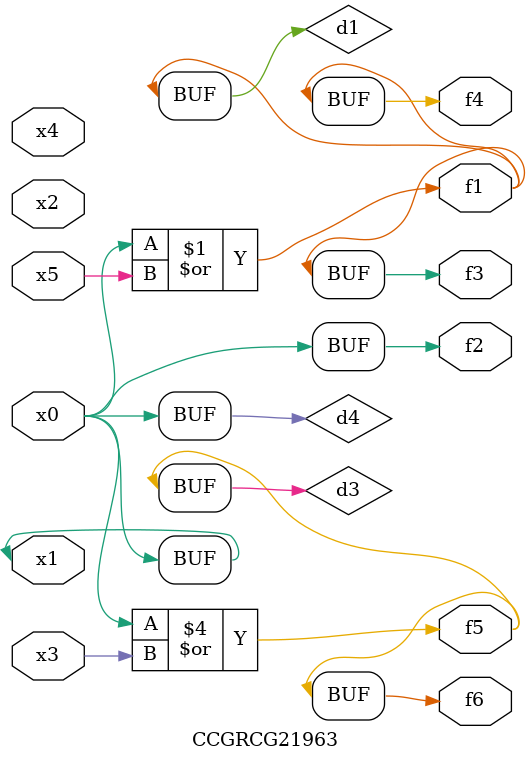
<source format=v>
module CCGRCG21963(
	input x0, x1, x2, x3, x4, x5,
	output f1, f2, f3, f4, f5, f6
);

	wire d1, d2, d3, d4;

	or (d1, x0, x5);
	xnor (d2, x1, x4);
	or (d3, x0, x3);
	buf (d4, x0, x1);
	assign f1 = d1;
	assign f2 = d4;
	assign f3 = d1;
	assign f4 = d1;
	assign f5 = d3;
	assign f6 = d3;
endmodule

</source>
